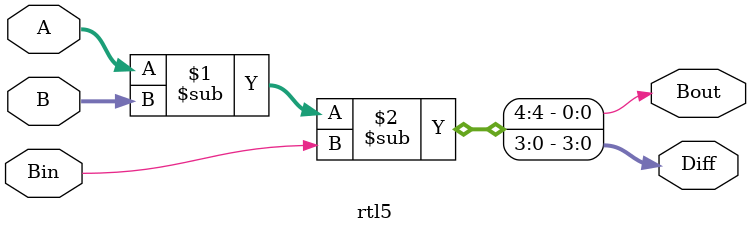
<source format=v>
module rtl5(input [3:0] A, B, input Bin, output [3:0] Diff, output Bout);
    assign {Bout, Diff} = A - B - Bin;
endmodule


</source>
